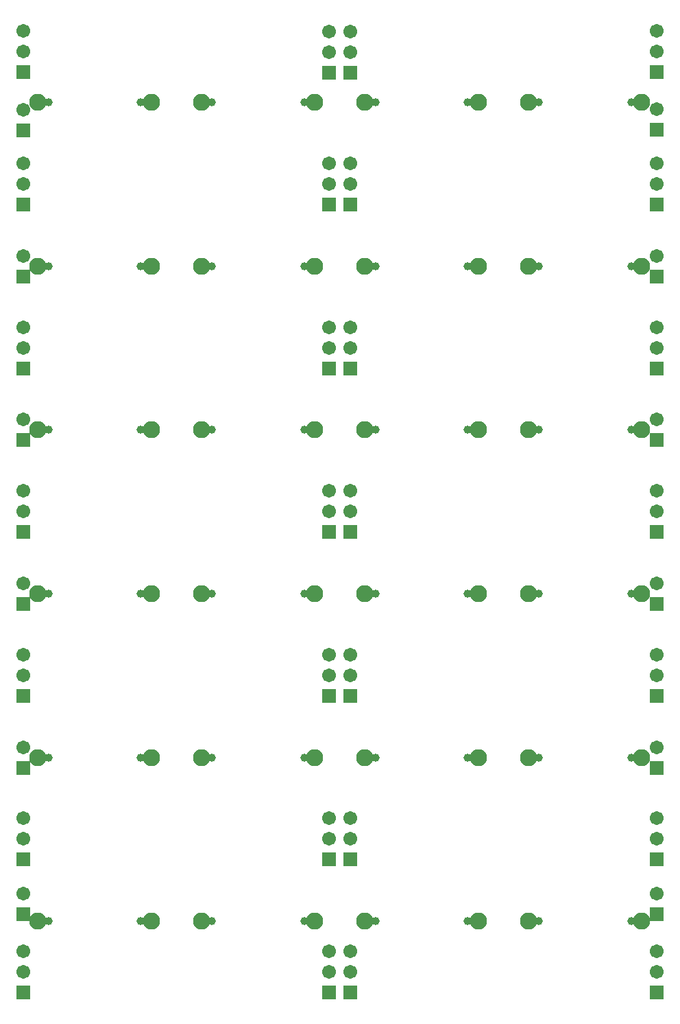
<source format=gbs>
G04*
G04 #@! TF.GenerationSoftware,Altium Limited,Altium Designer,18.1.8 (232)*
G04*
G04 Layer_Color=16711935*
%FSLAX25Y25*%
%MOIN*%
G70*
G01*
G75*
%ADD26R,0.06706X0.06706*%
%ADD27C,0.06706*%
%ADD28C,0.08280*%
%ADD29C,0.03950*%
D26*
X153937Y5118D02*
D03*
X164173D02*
D03*
X153937Y451968D02*
D03*
X164173D02*
D03*
X5020Y5020D02*
D03*
X313090Y5118D02*
D03*
X5118Y452067D02*
D03*
X313090D02*
D03*
X5118Y69685D02*
D03*
Y149213D02*
D03*
Y228740D02*
D03*
Y308268D02*
D03*
Y387795D02*
D03*
X312992Y69685D02*
D03*
Y149213D02*
D03*
Y228740D02*
D03*
Y308268D02*
D03*
Y387795D02*
D03*
X164173Y69685D02*
D03*
Y149213D02*
D03*
Y228740D02*
D03*
Y308268D02*
D03*
Y387795D02*
D03*
X153937Y69685D02*
D03*
Y149213D02*
D03*
Y228740D02*
D03*
Y308268D02*
D03*
Y387795D02*
D03*
X313090Y43209D02*
D03*
Y114272D02*
D03*
Y193701D02*
D03*
X313189Y273327D02*
D03*
X313090Y352854D02*
D03*
Y424016D02*
D03*
X5020Y43209D02*
D03*
Y114272D02*
D03*
Y273327D02*
D03*
Y193701D02*
D03*
Y352854D02*
D03*
Y423917D02*
D03*
D27*
X153937Y15118D02*
D03*
Y25118D02*
D03*
X164173Y15118D02*
D03*
Y25118D02*
D03*
X153937Y461969D02*
D03*
Y471969D02*
D03*
X164173Y461969D02*
D03*
Y471969D02*
D03*
X5020Y15020D02*
D03*
Y25020D02*
D03*
X313090Y15118D02*
D03*
Y25118D02*
D03*
X5118Y462067D02*
D03*
Y472067D02*
D03*
X313090Y462067D02*
D03*
Y472067D02*
D03*
X5118Y79685D02*
D03*
Y89685D02*
D03*
Y159213D02*
D03*
Y169213D02*
D03*
Y238740D02*
D03*
Y248740D02*
D03*
Y318268D02*
D03*
Y328268D02*
D03*
Y397795D02*
D03*
Y407795D02*
D03*
X312992Y79685D02*
D03*
Y89685D02*
D03*
Y159213D02*
D03*
Y169213D02*
D03*
Y238740D02*
D03*
Y248740D02*
D03*
Y318268D02*
D03*
Y328268D02*
D03*
Y397795D02*
D03*
Y407795D02*
D03*
X164173Y79685D02*
D03*
Y89685D02*
D03*
Y159213D02*
D03*
Y169213D02*
D03*
Y238740D02*
D03*
Y248740D02*
D03*
Y318268D02*
D03*
Y328268D02*
D03*
Y397795D02*
D03*
Y407795D02*
D03*
X153937Y79685D02*
D03*
Y89685D02*
D03*
Y159213D02*
D03*
Y169213D02*
D03*
Y238740D02*
D03*
Y248740D02*
D03*
Y318268D02*
D03*
Y328268D02*
D03*
Y397795D02*
D03*
Y407795D02*
D03*
X313090Y53209D02*
D03*
Y124272D02*
D03*
Y203701D02*
D03*
X313189Y283327D02*
D03*
X313090Y362854D02*
D03*
Y434016D02*
D03*
X5020Y53209D02*
D03*
Y124272D02*
D03*
Y283327D02*
D03*
Y203701D02*
D03*
Y362854D02*
D03*
Y433917D02*
D03*
D28*
X305906Y437402D02*
D03*
X250787D02*
D03*
X305906Y357874D02*
D03*
X250787D02*
D03*
X305906Y278346D02*
D03*
X250787D02*
D03*
X305906Y198819D02*
D03*
X250787D02*
D03*
X305906Y119291D02*
D03*
X250787D02*
D03*
X305906Y39764D02*
D03*
X250787D02*
D03*
X226378Y119291D02*
D03*
X171260D02*
D03*
X226378Y39764D02*
D03*
X171260D02*
D03*
Y437402D02*
D03*
X226378D02*
D03*
Y357874D02*
D03*
X171260D02*
D03*
X226378Y278346D02*
D03*
X171260D02*
D03*
X226378Y198819D02*
D03*
X171260D02*
D03*
X146850Y278346D02*
D03*
X91732D02*
D03*
X146850Y198819D02*
D03*
X91732D02*
D03*
X146850Y119291D02*
D03*
X91732D02*
D03*
X146850Y39764D02*
D03*
X91732D02*
D03*
X146850Y357874D02*
D03*
X91732D02*
D03*
X146850Y437402D02*
D03*
X91732D02*
D03*
X67323D02*
D03*
X12205D02*
D03*
X67323Y357874D02*
D03*
X12205D02*
D03*
X67323Y278346D02*
D03*
X12205D02*
D03*
X67323Y198819D02*
D03*
X12205D02*
D03*
X67323Y119291D02*
D03*
X12205D02*
D03*
X67323Y39764D02*
D03*
X12205D02*
D03*
D29*
X300787Y437402D02*
D03*
X255906D02*
D03*
X300787Y357874D02*
D03*
X255906D02*
D03*
X300787Y278346D02*
D03*
X255906D02*
D03*
X300787Y198819D02*
D03*
X255906D02*
D03*
X300787Y119291D02*
D03*
X255906D02*
D03*
X300787Y39764D02*
D03*
X255906D02*
D03*
X221260Y119291D02*
D03*
X176378D02*
D03*
X221260Y39764D02*
D03*
X176378D02*
D03*
Y437402D02*
D03*
X221260D02*
D03*
Y357874D02*
D03*
X176378D02*
D03*
X221260Y278346D02*
D03*
X176378D02*
D03*
X221260Y198819D02*
D03*
X176378D02*
D03*
X141732Y278346D02*
D03*
X96850D02*
D03*
X141732Y198819D02*
D03*
X96850D02*
D03*
X141732Y119291D02*
D03*
X96850D02*
D03*
X141732Y39764D02*
D03*
X96850D02*
D03*
X141732Y357874D02*
D03*
X96850D02*
D03*
X141732Y437402D02*
D03*
X96850D02*
D03*
X62205D02*
D03*
X17323D02*
D03*
X62205Y357874D02*
D03*
X17323D02*
D03*
X62205Y278346D02*
D03*
X17323D02*
D03*
X62205Y198819D02*
D03*
X17323D02*
D03*
X62205Y119291D02*
D03*
X17323D02*
D03*
X62205Y39764D02*
D03*
X17323D02*
D03*
M02*

</source>
